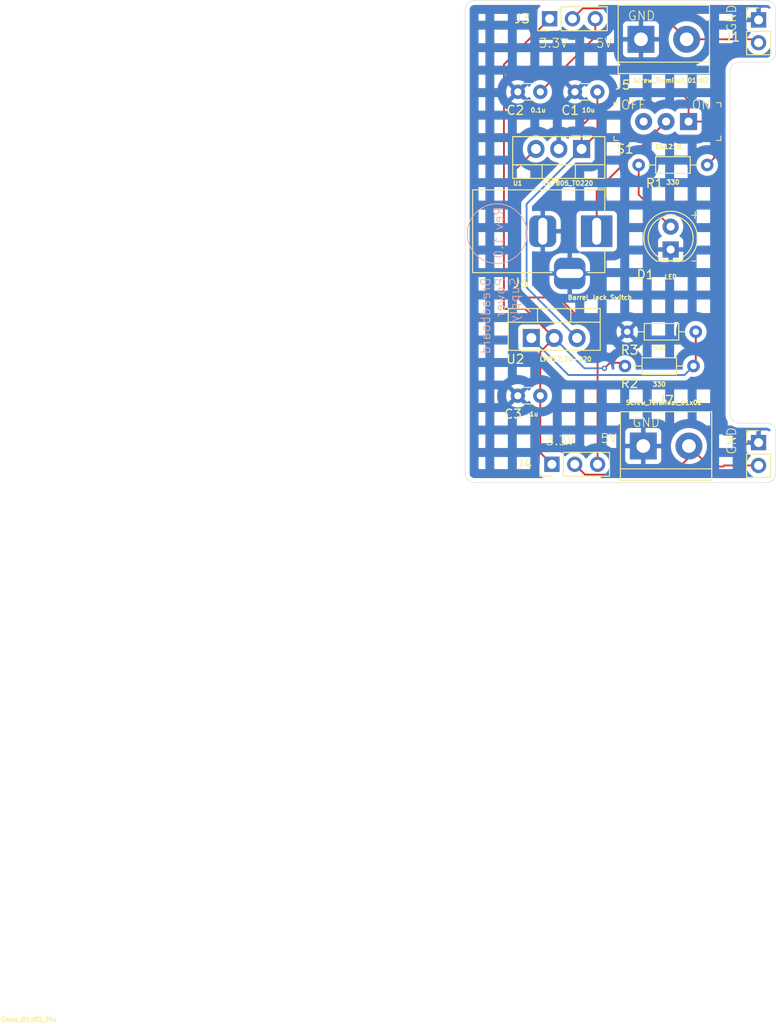
<source format=kicad_pcb>
(kicad_pcb (version 20240108) (generator "pcbnew") (generator_version "8.0")
  (layers (0 "F.Cu" signal) (31 "B.Cu" signal) (34 "B.Paste" user) (35 "F.Paste" user) (36 "B.SilkS" user "B.Silkscreen") (37 "F.SilkS" user "F.Silkscreen") (38 "B.Mask" user) (39 "F.Mask" user) (44 "Edge.Cuts" user))
  (net 0 "")
  (net 1 "/12V")
  (net 2 "GND")
  (net 3 "/5V")
  (net 4 "/3.3V")
  (net 5 "Net-(D1-A)")
  (net 6 "/PWR_input")
  (net 7 "Net-(U2-ADJ)")
  (net 9 "/PWR_OUT_TOP")
  (net 10 "/PWR_OUT_BOTTOM")
  (footprint "Resistor_THT:R_Axial_DIN0204_L3.6mm_D1.6mm_P7.62mm_Horizontal" (layer "F.Cu") (at 186.436 117.856 180)
    (property "Reference" "R2" (at 7.112 -1.92 360) (layer "F.SilkS"))
    (property "Value" "330" (at 3.81 -2.032 0) (layer "F.SilkS") (effects (font (size 0.5 0.5))))
    (fp_line (start 6.68 0) (end 5.73 0) (stroke (width 0.12)) (layer "F.SilkS"))
    (fp_line (start 5.73 0.92) (end 5.73 -0.92) (stroke (width 0.12)) (layer "F.SilkS"))
    (fp_line (start 5.73 -0.92) (end 1.89 -0.92) (stroke (width 0.12)) (layer "F.SilkS"))
    (fp_line (start 1.89 0.92) (end 5.73 0.92) (stroke (width 0.12)) (layer "F.SilkS"))
    (fp_line (start 1.89 -0.92) (end 1.89 0.92) (stroke (width 0.12)) (layer "F.SilkS"))
    (fp_line (start 0.94 0) (end 1.89 0) (stroke (width 0.12)) (layer "F.SilkS"))
    (pad "1" thru_hole circle (at 0 0 180) (size 1.4 1.4) (drill 0.7) (layers "*.Cu" "*.Mask") (net 7 "Net-(U2-ADJ)"))
    (pad "2" thru_hole oval (at 7.62 0 180) (size 1.4 1.4) (drill 0.7) (layers "*.Cu" "*.Mask") (net 4 "/3.3V"))
  )
  (footprint "Connector_PinHeader_2.54mm:PinHeader_1x02_P2.54mm_Vertical" (layer "F.Cu") (at 193.675 126.365)
    (property "Reference" "J2" (hide yes))
    (property "Value" "Conn_01x02_Pin" (hide yes))
    (fp_line (start -1.33 -1.33) (end 0 -1.33) (stroke (width 0.12)) (layer "F.SilkS"))
    (fp_line (start -1.33 0) (end -1.33 -1.33) (stroke (width 0.12)) (layer "F.SilkS"))
    (fp_line (start -1.33 1.27) (end -1.33 3.87) (stroke (width 0.12)) (layer "F.SilkS"))
    (fp_line (start -1.33 1.27) (end 1.33 1.27) (stroke (width 0.12)) (layer "F.SilkS"))
    (fp_line (start -1.33 3.87) (end 1.33 3.87) (stroke (width 0.12)) (layer "F.SilkS"))
    (fp_line (start 1.33 1.27) (end 1.33 3.87) (stroke (width 0.12)) (layer "F.SilkS"))
    (pad "1" thru_hole rect (at 0 0) (size 1.7 1.7) (drill 1) (layers "*.Cu" "*.Mask") (net 2 "GND"))
    (pad "2" thru_hole oval (at 0 2.54) (size 1.7 1.7) (drill 1) (layers "*.Cu" "*.Mask") (net 10 "/PWR_OUT_BOTTOM"))
  )
  (footprint "LED_THT:LED_D5.0mm" (layer "F.Cu") (at 183.896 104.902 90)
    (property "Reference" "D1" (at -2.794 -2.794 0) (layer "F.SilkS"))
    (property "Value" "LED" (at -3.048 0 0) (layer "F.SilkS") (effects (font (size 0.5 0.5))))
    (fp_line (start -1.29 -1.545) (end -1.29 1.545) (stroke (width 0.12)) (layer "F.SilkS"))
    (fp_arc (start -1.29 -1.54483) (mid 2.072002 -2.880433) (end 4.26 0.000462) (stroke (width 0.12)) (layer "F.SilkS"))
    (fp_arc (start 4.26 -0.000462) (mid 2.072002 2.880433) (end -1.29 1.54483) (stroke (width 0.12)) (layer "F.SilkS"))
    (fp_circle (center 1.27 0) (end 3.77 0) (stroke (width 0.12)) (fill none) (layer "F.SilkS"))
    (pad "1" thru_hole rect (at 0 0 90) (size 1.8 1.8) (drill 0.9) (layers "*.Cu" "*.Mask") (net 2 "GND"))
    (pad "2" thru_hole circle (at 2.54 0 90) (size 1.8 1.8) (drill 0.9) (layers "*.Cu" "*.Mask") (net 5 "Net-(D1-A)"))
  )
  (footprint "Resistor_THT:R_Axial_DIN0204_L3.6mm_D1.6mm_P7.62mm_Horizontal" (layer "F.Cu") (at 180.34 95.504)
    (property "Reference" "R1" (at 1.778 2.032 0) (layer "F.SilkS"))
    (property "Value" "330" (at 3.81 1.92 0) (layer "F.SilkS") (effects (font (size 0.5 0.5))))
    (fp_line (start 0.94 0) (end 1.89 0) (stroke (width 0.12)) (layer "F.SilkS"))
    (fp_line (start 1.89 -0.92) (end 1.89 0.92) (stroke (width 0.12)) (layer "F.SilkS"))
    (fp_line (start 1.89 0.92) (end 5.73 0.92) (stroke (width 0.12)) (layer "F.SilkS"))
    (fp_line (start 5.73 -0.92) (end 1.89 -0.92) (stroke (width 0.12)) (layer "F.SilkS"))
    (fp_line (start 5.73 0.92) (end 5.73 -0.92) (stroke (width 0.12)) (layer "F.SilkS"))
    (fp_line (start 6.68 0) (end 5.73 0) (stroke (width 0.12)) (layer "F.SilkS"))
    (pad "1" thru_hole circle (at 0 0) (size 1.4 1.4) (drill 0.7) (layers "*.Cu" "*.Mask") (net 5 "Net-(D1-A)"))
    (pad "2" thru_hole oval (at 7.62 0) (size 1.4 1.4) (drill 0.7) (layers "*.Cu" "*.Mask") (net 1 "/12V"))
  )
  (footprint "Connector_BarrelJack:BarrelJack_Horizontal" (layer "F.Cu") (at 175.672 102.87)
    (property "Reference" "J6" (at -8.45 5.75 0) (layer "F.SilkS"))
    (property "Value" "Barrel_Jack_Switch" (at 0.35 7.366 0) (layer "F.SilkS") (effects (font (size 0.5 0.5))))
    (fp_line (start -13.8 -4.6) (end 0.9 -4.6) (stroke (width 0.12)) (layer "F.SilkS"))
    (fp_line (start -13.8 4.6) (end -13.8 -4.6) (stroke (width 0.12)) (layer "F.SilkS"))
    (fp_line (start -5 4.6) (end -13.8 4.6) (stroke (width 0.12)) (layer "F.SilkS"))
    (fp_line (start 0.05 -4.8) (end 1.1 -4.8) (stroke (width 0.12)) (layer "F.SilkS"))
    (fp_line (start 0.9 -4.6) (end 0.9 -2) (stroke (width 0.12)) (layer "F.SilkS"))
    (fp_line (start 0.9 1.9) (end 0.9 4.6) (stroke (width 0.12)) (layer "F.SilkS"))
    (fp_line (start 0.9 4.6) (end -1 4.6) (stroke (width 0.12)) (layer "F.SilkS"))
    (fp_line (start 1.1 -3.75) (end 1.1 -4.8) (stroke (width 0.12)) (layer "F.SilkS"))
    (pad "1" thru_hole rect (at 0 0) (size 3.5 3.5) (drill oval 1 3) (layers "*.Cu" "*.Mask") (net 6 "/PWR_input"))
    (pad "2" thru_hole roundrect (at -6 0) (size 3 3.5) (drill oval 1 3) (layers "*.Cu" "*.Mask") (net 2 "GND"))
    (pad "3" thru_hole roundrect (at -3 4.7) (size 3.5 3.5) (drill oval 3 1) (layers "*.Cu" "*.Mask") (net 2 "GND"))
  )
  (footprint "Package_TO_SOT_THT:TO-220-3_Vertical" (layer "F.Cu") (at 168.402 114.737)
    (property "Reference" "U2" (at -1.778 2.357 0) (layer "F.SilkS"))
    (property "Value" "LM317_TO-220" (at 3.81 2.357 0) (layer "F.SilkS") (effects (font (size 0.5 0.5))))
    (fp_line (start -2.58 -3.27) (end -2.58 1.371) (stroke (width 0.12)) (layer "F.SilkS"))
    (fp_line (start -2.58 -3.27) (end 7.66 -3.27) (stroke (width 0.12)) (layer "F.SilkS"))
    (fp_line (start -2.58 -1.76) (end 7.66 -1.76) (stroke (width 0.12)) (layer "F.SilkS"))
    (fp_line (start -2.58 1.371) (end 7.66 1.371) (stroke (width 0.12)) (layer "F.SilkS"))
    (fp_line (start 0.69 -3.27) (end 0.69 -1.76) (stroke (width 0.12)) (layer "F.SilkS"))
    (fp_line (start 4.391 -3.27) (end 4.391 -1.76) (stroke (width 0.12)) (layer "F.SilkS"))
    (fp_line (start 7.66 -3.27) (end 7.66 1.371) (stroke (width 0.12)) (layer "F.SilkS"))
    (pad "1" thru_hole rect (at 0 0) (size 1.905 2) (drill 1.1) (layers "*.Cu" "*.Mask") (net 7 "Net-(U2-ADJ)"))
    (pad "2" thru_hole oval (at 2.54 0) (size 1.905 2) (drill 1.1) (layers "*.Cu" "*.Mask") (net 4 "/3.3V"))
    (pad "3" thru_hole oval (at 5.08 0) (size 1.905 2) (drill 1.1) (layers "*.Cu" "*.Mask") (net 1 "/12V"))
  )
  (footprint "Connector_PinHeader_2.54mm:PinHeader_1x03_P2.54mm_Vertical" (layer "F.Cu") (at 170.434 79.248 90)
    (property "Reference" "J3" (at 0 -3.048 180) (layer "F.SilkS"))
    (property "Value" "Conn_01x03_Pin" (hide yes))
    (fp_line (start -1.33 -1.33) (end 0 -1.33) (stroke (width 0.12)) (layer "F.SilkS"))
    (fp_line (start -1.33 0) (end -1.33 -1.33) (stroke (width 0.12)) (layer "F.SilkS"))
    (fp_line (start 1.33 1.27) (end 1.33 6.41) (stroke (width 0.12)) (layer "F.SilkS"))
    (fp_line (start -1.33 1.27) (end 1.33 1.27) (stroke (width 0.12)) (layer "F.SilkS"))
    (fp_line (start -1.33 1.27) (end -1.33 6.41) (stroke (width 0.12)) (layer "F.SilkS"))
    (fp_line (start -1.33 6.41) (end 1.33 6.41) (stroke (width 0.12)) (layer "F.SilkS"))
    (pad "1" thru_hole rect (at 0 0 90) (size 1.7 1.7) (drill 1) (layers "*.Cu" "*.Mask") (net 4 "/3.3V"))
    (pad "2" thru_hole oval (at 0 2.54 90) (size 1.7 1.7) (drill 1) (layers "*.Cu" "*.Mask") (net 9 "/PWR_OUT_TOP"))
    (pad "3" thru_hole oval (at 0 5.08 90) (size 1.7 1.7) (drill 1) (layers "*.Cu" "*.Mask") (net 3 "/5V"))
  )
  (footprint "Package_TO_SOT_THT:TO-220-3_Vertical" (layer "F.Cu") (at 173.99 93.726 180)
    (property "Reference" "U1" (at 7.112 -3.81 0) (layer "F.SilkS") (effects (font (size 0.5 0.5) (thickness 0.125))))
    (property "Value" "LM7805_TO220" (at 1.524 -3.81 360) (layer "F.SilkS") (effects (font (size 0.5 0.5))))
    (fp_line (start 7.66 -3.27) (end 7.66 1.371) (stroke (width 0.12)) (layer "F.SilkS"))
    (fp_line (start 4.391 -3.27) (end 4.391 -1.76) (stroke (width 0.12)) (layer "F.SilkS"))
    (fp_line (start 0.69 -3.27) (end 0.69 -1.76) (stroke (width 0.12)) (layer "F.SilkS"))
    (fp_line (start -2.58 1.371) (end 7.66 1.371) (stroke (width 0.12)) (layer "F.SilkS"))
    (fp_line (start -2.58 -1.76) (end 7.66 -1.76) (stroke (width 0.12)) (layer "F.SilkS"))
    (fp_line (start -2.58 -3.27) (end 7.66 -3.27) (stroke (width 0.12)) (layer "F.SilkS"))
    (fp_line (start -2.58 -3.27) (end -2.58 1.371) (stroke (width 0.12)) (layer "F.SilkS"))
    (pad "1" thru_hole rect (at 0 0 180) (size 1.905 2) (drill 1.1) (layers "*.Cu" "*.Mask") (net 1 "/12V"))
    (pad "2" thru_hole oval (at 2.54 0 180) (size 1.905 2) (drill 1.1) (layers "*.Cu" "*.Mask") (net 2 "GND"))
    (pad "3" thru_hole oval (at 5.08 0 180) (size 1.905 2) (drill 1.1) (layers "*.Cu" "*.Mask") (net 3 "/5V"))
  )
  (footprint "Connector_PinHeader_2.54mm:PinHeader_1x03_P2.54mm_Vertical" (layer "F.Cu") (at 170.688 128.778 90)
    (property "Reference" "J4" (at 0 -3.048 0) (layer "F.SilkS"))
    (property "Value" "Conn_01x03_Pin" (at -61.718 -58.187 360) (layer "F.SilkS") (effects (font (size 0.5 0.5))))
    (fp_line (start -1.33 -1.33) (end 0 -1.33) (stroke (width 0.12)) (layer "F.SilkS"))
    (fp_line (start -1.33 0) (end -1.33 -1.33) (stroke (width 0.12)) (layer "F.SilkS"))
    (fp_line (start 1.33 1.27) (end 1.33 6.41) (stroke (width 0.12)) (layer "F.SilkS"))
    (fp_line (start -1.33 1.27) (end 1.33 1.27) (stroke (width 0.12)) (layer "F.SilkS"))
    (fp_line (start -1.33 1.27) (end -1.33 6.41) (stroke (width 0.12)) (layer "F.SilkS"))
    (fp_line (start -1.33 6.41) (end 1.33 6.41) (stroke (width 0.12)) (layer "F.SilkS"))
    (pad "1" thru_hole rect (at 0 0 90) (size 1.7 1.7) (drill 1) (layers "*.Cu" "*.Mask") (net 4 "/3.3V"))
    (pad "2" thru_hole oval (at 0 2.54 90) (size 1.7 1.7) (drill 1) (layers "*.Cu" "*.Mask") (net 10 "/PWR_OUT_BOTTOM"))
    (pad "3" thru_hole oval (at 0 5.08 90) (size 1.7 1.7) (drill 1) (layers "*.Cu" "*.Mask") (net 3 "/5V"))
  )
  (footprint "Capacitor_THT:C_Disc_D3.0mm_W1.6mm_P2.50mm" (layer "F.Cu") (at 175.748 87.376 180)
    (property "Reference" "C1" (at 3.028 -2.05 360) (layer "F.SilkS"))
    (property "Value" "10u" (at 0.996 -2.032 0) (layer "F.SilkS") (effects (font (size 0.5 0.5))))
    (fp_line (start 0.621 0.92) (end 1.879 0.92) (stroke (width 0.12)) (layer "F.SilkS"))
    (fp_line (start 0.621 -0.92) (end 1.879 -0.92) (stroke (width 0.12)) (layer "F.SilkS"))
    (pad "1" thru_hole circle (at 0 0 180) (size 1.6 1.6) (drill 0.8) (layers "*.Cu" "*.Mask") (net 1 "/12V"))
    (pad "2" thru_hole circle (at 2.5 0 180) (size 1.6 1.6) (drill 0.8) (layers "*.Cu" "*.Mask") (net 2 "GND"))
  )
  (footprint "Capacitor_THT:C_Disc_D3.0mm_W1.6mm_P2.50mm" (layer "F.Cu") (at 169.398 121.158 180)
    (property "Reference" "C3" (at 3.028 -2.032 360) (layer "F.SilkS"))
    (property "Value" "1u" (at 1.25 -2.032 0) (layer "F.SilkS") (effects (font (size 0.5 0.5)) (justify left)))
    (fp_line (start 0.621 0.92) (end 1.879 0.92) (stroke (width 0.12)) (layer "F.SilkS"))
    (fp_line (start 0.621 -0.92) (end 1.879 -0.92) (stroke (width 0.12)) (layer "F.SilkS"))
    (pad "1" thru_hole circle (at 0 0 180) (size 1.6 1.6) (drill 0.8) (layers "*.Cu" "*.Mask") (net 4 "/3.3V"))
    (pad "2" thru_hole circle (at 2.5 0 180) (size 1.6 1.6) (drill 0.8) (layers "*.Cu" "*.Mask") (net 2 "GND"))
  )
  (footprint "TerminalBlock:TerminalBlock_bornier-2_P5.08mm" (layer "F.Cu") (at 180.594 81.534)
    (property "Reference" "J5" (at -2.032 5.08 360) (layer "F.SilkS"))
    (property "Value" "Screw_Terminal_01x02" (at 3.302 4.572 0) (layer "F.SilkS") (effects (font (size 0.5 0.5) (thickness 0.125))))
    (fp_line (start -2.54 -3.81) (end -2.54 3.81) (stroke (width 0.12)) (layer "F.SilkS"))
    (fp_line (start -2.54 3.81) (end 7.62 3.81) (stroke (width 0.12)) (layer "F.SilkS"))
    (fp_line (start 7.62 -3.81) (end -2.54 -3.81) (stroke (width 0.12)) (layer "F.SilkS"))
    (fp_line (start 7.62 2.54) (end -2.54 2.54) (stroke (width 0.12)) (layer "F.SilkS"))
    (fp_line (start 7.62 3.81) (end 7.62 -3.81) (stroke (width 0.12)) (layer "F.SilkS"))
    (pad "1" thru_hole rect (at 0 0) (size 3 3) (drill 1.52) (layers "*.Cu" "*.Mask") (net 2 "GND"))
    (pad "2" thru_hole circle (at 5.08 0) (size 3 3) (drill 1.52) (layers "*.Cu" "*.Mask") (net 9 "/PWR_OUT_TOP"))
  )
  (footprint "digikey-footprints:Switch_Slide_11.6x4mm_EG1218" (layer "F.Cu") (at 185.888 90.678 180)
    (property "Reference" "S1" (at 7.072 -3.048 360) (layer "F.SilkS"))
    (property "Value" "EG1218" (at 2.246 -2.794 360) (layer "F.SilkS") (effects (font (size 0.5 0.5))))
    (fp_line (start 8.3 2.1) (end 8.3 1.6) (stroke (width 0.1)) (layer "F.SilkS"))
    (fp_line (start 8.3 2.1) (end 7.8 2.1) (stroke (width 0.1)) (layer "F.SilkS"))
    (fp_line (start 8.3 -2.1) (end 8.3 -1.6) (stroke (width 0.1)) (layer "F.SilkS"))
    (fp_line (start 8.3 -2.1) (end 7.8 -2.1) (stroke (width 0.1)) (layer "F.SilkS"))
    (fp_line (start -3.6 2.1) (end -3.1 2.1) (stroke (width 0.1)) (layer "F.SilkS"))
    (fp_line (start -3.6 2.1) (end -3.6 1.6) (stroke (width 0.1)) (layer "F.SilkS"))
    (fp_line (start -3.6 -2.1) (end -3.1 -2.1) (stroke (width 0.1)) (layer "F.SilkS"))
    (fp_line (start -3.6 -2.1) (end -3.6 -1.6) (stroke (width 0.1)) (layer "F.SilkS"))
    (pad "1" thru_hole rect (at 0 0 180) (size 1.9 1.9) (drill 0.9) (layers "*.Cu" "*.Mask") (net 1 "/12V"))
    (pad "2" thru_hole circle (at 2.5 0 180) (size 1.9 1.9) (drill 0.9) (layers "*.Cu" "*.Mask") (net 6 "/PWR_input"))
    (pad "3" thru_hole circle (at 5 0 180) (size 1.9 1.9) (drill 0.9) (layers "*.Cu" "*.Mask"))
  )
  (footprint "Connector_PinHeader_2.54mm:PinHeader_1x02_P2.54mm_Vertical" (layer "F.Cu") (at 193.675 79.375)
    (property "Reference" "J1" (at -2.921 1.905 360) (layer "F.SilkS"))
    (property "Value" "Conn_01x02_Pin" (hide yes))
    (fp_line (start -1.33 -1.33) (end 0 -1.33) (stroke (width 0.12)) (layer "F.SilkS"))
    (fp_line (start -1.33 0) (end -1.33 -1.33) (stroke (width 0.12)) (layer "F.SilkS"))
    (fp_line (start -1.33 1.27) (end -1.33 3.87) (stroke (width 0.12)) (layer "F.SilkS"))
    (fp_line (start -1.33 1.27) (end 1.33 1.27) (stroke (width 0.12)) (layer "F.SilkS"))
    (fp_line (start -1.33 3.87) (end 1.33 3.87) (stroke (width 0.12)) (layer "F.SilkS"))
    (fp_line (start 1.33 1.27) (end 1.33 3.87) (stroke (width 0.12)) (layer "F.SilkS"))
    (pad "1" thru_hole rect (at 0 0) (size 1.7 1.7) (drill 1) (layers "*.Cu" "*.Mask") (net 2 "GND"))
    (pad "2" thru_hole oval (at 0 2.54) (size 1.7 1.7) (drill 1) (layers "*.Cu" "*.Mask") (net 9 "/PWR_OUT_TOP"))
  )
  (footprint "Resistor_THT:R_Axial_DIN0204_L3.6mm_D1.6mm_P7.62mm_Horizontal" (layer "F.Cu") (at 179.07 114.046)
    (property "Reference" "R3" (at 0.254 2.032 0) (layer "F.SilkS"))
    (property "Value" "560" (at 3.556 1.778 0) (layer "F.SilkS") (effects (font (size 0.5 0.5))))
    (fp_line (start 0.94 0) (end 1.89 0) (stroke (width 0.12)) (layer "F.SilkS"))
    (fp_line (start 1.89 -0.92) (end 1.89 0.92) (stroke (width 0.12)) (layer "F.SilkS"))
    (fp_line (start 1.89 0.92) (end 5.73 0.92) (stroke (width 0.12)) (layer "F.SilkS"))
    (fp_line (start 5.73 -0.92) (end 1.89 -0.92) (stroke (width 0.12)) (layer "F.SilkS"))
    (fp_line (start 5.73 0.92) (end 5.73 -0.92) (stroke (width 0.12)) (layer "F.SilkS"))
    (fp_line (start 6.68 0) (end 5.73 0) (stroke (width 0.12)) (layer "F.SilkS"))
    (pad "1" thru_hole circle (at 0 0) (size 1.4 1.4) (drill 0.7) (layers "*.Cu" "*.Mask") (net 2 "GND"))
    (pad "2" thru_hole oval (at 7.62 0) (size 1.4 1.4) (drill 0.7) (layers "*.Cu" "*.Mask") (net 7 "Net-(U2-ADJ)"))
  )
  (footprint "Capacitor_THT:C_Disc_D3.0mm_W1.6mm_P2.50mm" (layer "F.Cu") (at 169.398 87.376 180)
    (property "Reference" "C2" (at 2.774 -2.05 360) (layer "F.SilkS"))
    (property "Value" "0.1u" (at 0.234 -2.032 0) (layer "F.SilkS") (effects (font (size 0.5 0.5))))
    (fp_line (start 0.621 0.92) (end 1.879 0.92) (stroke (width 0.12)) (layer "F.SilkS"))
    (fp_line (start 0.621 -0.92) (end 1.879 -0.92) (stroke (width 0.12)) (layer "F.SilkS"))
    (pad "1" thru_hole circle (at 0 0 180) (size 1.6 1.6) (drill 0.8) (layers "*.Cu" "*.Mask") (net 3 "/5V"))
    (pad "2" thru_hole circle (at 2.5 0 180) (size 1.6 1.6) (drill 0.8) (layers "*.Cu" "*.Mask") (net 2 "GND"))
  )
  (footprint "TerminalBlock:TerminalBlock_bornier-2_P5.08mm" (layer "F.Cu") (at 180.848 126.746)
    (property "Reference" "J7" (at 2.54 -5.08 0) (layer "F.SilkS"))
    (property "Value" "Screw_Terminal_01x02" (at 2.286 -4.826 0) (layer "F.SilkS") (effects (font (size 0.5 0.5))))
    (fp_line (start -2.54 -3.81) (end -2.54 3.81) (stroke (width 0.12)) (layer "F.SilkS"))
    (fp_line (start -2.54 3.81) (end 7.62 3.81) (stroke (width 0.12)) (layer "F.SilkS"))
    (fp_line (start 7.62 -3.81) (end -2.54 -3.81) (stroke (width 0.12)) (layer "F.SilkS"))
    (fp_line (start 7.62 2.54) (end -2.54 2.54) (stroke (width 0.12)) (layer "F.SilkS"))
    (fp_line (start 7.62 3.81) (end 7.62 -3.81) (stroke (width 0.12)) (layer "F.SilkS"))
    (pad "1" thru_hole rect (at 0 0) (size 3 3) (drill 1.52) (layers "*.Cu" "*.Mask") (net 2 "GND"))
    (pad "2" thru_hole circle (at 5.08 0) (size 3 3) (drill 1.52) (layers "*.Cu" "*.Mask") (net 10 "/PWR_OUT_BOTTOM"))
  )
  (gr_circle (center 164.592 103.133754) (end 162.814 100.339754) (stroke (width 0.1)) (fill none) (layer "B.SilkS"))
  (gr_line (start 195.58 125.222) (end 195.58 129.794) (stroke (width 0.05)) (layer "Edge.Cuts"))
  (gr_line (start 194.564 84.074) (end 191.516 84.074) (stroke (width 0.05)) (layer "Edge.Cuts"))
  (gr_line (start 194.564 130.81) (end 162.052 130.81) (stroke (width 0.05)) (layer "Edge.Cuts"))
  (gr_line (start 190.5 85.09) (end 190.5 123.19) (stroke (width 0.05)) (layer "Edge.Cuts"))
  (gr_line (start 191.516 124.206) (end 194.564 124.206) (stroke (width 0.05)) (layer "Edge.Cuts"))
  (gr_arc (start 195.58 129.794) (mid 195.28242 130.51242) (end 194.564 130.81) (stroke (width 0.05)) (layer "Edge.Cuts"))
  (gr_line (start 162.052 77.216) (end 194.564 77.216) (stroke (width 0.05)) (layer "Edge.Cuts"))
  (gr_arc (start 194.564 124.206) (mid 195.28242 124.50358) (end 195.58 125.222) (stroke (width 0.05)) (layer "Edge.Cuts"))
  (gr_line (start 161.036 129.794) (end 161.036 78.232) (stroke (width 0.05)) (layer "Edge.Cuts"))
  (gr_arc (start 194.564 77.216) (mid 195.28242 77.51358) (end 195.58 78.232) (stroke (width 0.05)) (layer "Edge.Cuts"))
  (gr_arc (start 191.516 124.206) (mid 190.79758 123.90842) (end 190.5 123.19) (stroke (width 0.05)) (layer "Edge.Cuts"))
  (gr_line (start 195.58 78.232) (end 195.58 83.058) (stroke (width 0.05)) (layer "Edge.Cuts"))
  (gr_arc (start 190.5 85.09) (mid 190.79758 84.37158) (end 191.516 84.074) (stroke (width 0.05)) (layer "Edge.Cuts"))
  (gr_arc (start 195.58 83.058) (mid 195.28242 83.77642) (end 194.564 84.074) (stroke (width 0.05)) (layer "Edge.Cuts"))
  (gr_arc (start 161.036 78.232) (mid 161.33358 77.51358) (end 162.052 77.216) (stroke (width 0.05)) (layer "Edge.Cuts"))
  (gr_arc (start 162.052 130.81) (mid 161.33358 130.51242) (end 161.036 129.794) (stroke (width 0.05)) (layer "Edge.Cuts"))
  (gr_text "Breadboard\nPower\nSupply" (at 167.132 107.95 90) (layer "B.SilkS") (effects (font (size 1 1) (thickness 0.1)) (justify left bottom mirror)))
  (gr_text "Rev 1.0" (at 165.354 100.076 90) (layer "B.SilkS") (effects (font (size 1 1) (thickness 0.1)) (justify left bottom mirror)))
  (gr_text "ON\n" (at 186.182 89.408 0) (layer "F.SilkS") (effects (font (size 1 1) (thickness 0.1)) (justify left bottom)))
  (gr_text "GND" (at 179.578 124.714 0) (layer "F.SilkS") (effects (font (size 1 1) (thickness 0.1)) (justify left bottom)))
  (gr_text "5V\n" (at 176.022 126.492 0) (layer "F.SilkS") (effects (font (size 1 1) (thickness 0.1)) (justify left bottom)))
  (gr_text "GND" (at 191.262 127.762 90) (layer "F.SilkS") (effects (font (size 1 1) (thickness 0.1)) (justify left bottom)))
  (gr_text "OFF\n" (at 178.308 89.408 0) (layer "F.SilkS") (effects (font (size 1 1) (thickness 0.1)) (justify left bottom)))
  (gr_text "3.3V\n" (at 169.164 82.55 0) (layer "F.SilkS") (effects (font (size 1 1) (thickness 0.1)) (justify left bottom)))
  (gr_text "GND" (at 191.262 80.772 90) (layer "F.SilkS") (effects (font (size 1 1) (thickness 0.1)) (justify left bottom)))
  (gr_text "3.3V\n" (at 169.926 126.746 0) (layer "F.SilkS") (effects (font (size 1 1) (thickness 0.1)) (justify left bottom)))
  (gr_text "GND" (at 179.07 79.502 0) (layer "F.SilkS") (effects (font (size 1 1) (thickness 0.1)) (justify left bottom)))
  (gr_text "5V\n" (at 175.514 82.55 0) (layer "F.SilkS") (effects (font (size 1 1) (thickness 0.1)) (justify left bottom)))
  (gr_text "-\n" (at 185.928 106.68 0) (layer "F.SilkS") (effects (font (size 1 1) (thickness 0.1)) (justify left bottom)))
  (gr_text "+" (at 185.928 101.6 0) (layer "F.SilkS") (effects (font (size 1 1) (thickness 0.1)) (justify left bottom)))
  (segment (start 168.148 120.993786) (end 168.398 120.993786) (width 0) (layer "F.Cu") (net 0))
  (segment (start 166.878 120.142) (end 167.296214 120.142) (width 0) (layer "F.Cu") (net 0))
  (segment (start 167.296214 120.142) (end 168.148 120.993786) (width 0) (layer "F.Cu") (net 0))
  (segment (start 168.398 120.993786) (end 168.398 121.158) (width 0) (layer "F.Cu") (net 0))
  (segment (start 185.888 88.352) (end 185.888 90.678) (width 0.2) (layer "F.Cu") (net 1))
  (segment (start 175.748 91.968) (end 173.99 93.726) (width 0.2) (layer "F.Cu") (net 1))
  (segment (start 173.99 91.186) (end 178.054 87.122) (width 0.2) (layer "F.Cu") (net 1))
  (segment (start 184.912 87.122) (end 184.912 87.376) (width 0.2) (layer "F.Cu") (net 1))
  (segment (start 188.722 91.948) (end 188.722 94.742) (width 0.2) (layer "F.Cu") (net 1))
  (segment (start 178.054 87.122) (end 184.912 87.122) (width 0.2) (layer "F.Cu") (net 1))
  (segment (start 184.912 87.376) (end 185.888 88.352) (width 0.2) (layer "F.Cu") (net 1))
  (segment (start 185.888 90.678) (end 187.452 90.678) (width 0.2) (layer "F.Cu") (net 1))
  (segment (start 175.748 87.376) (end 175.748 91.968) (width 0.2) (layer "F.Cu") (net 1))
  (segment (start 187.452 90.678) (end 188.722 91.948) (width 0.2) (layer "F.Cu") (net 1))
  (segment (start 188.722 94.742) (end 187.96 95.504) (width 0.2) (layer "F.Cu") (net 1))
  (segment (start 173.99 93.726) (end 173.99 91.186) (width 0.2) (layer "F.Cu") (net 1))
  (segment (start 167.872 109.127) (end 173.482 114.737) (width 0.2) (layer "B.Cu") (net 1))
  (segment (start 167.872 99.844) (end 167.872 109.127) (width 0.2) (layer "B.Cu") (net 1))
  (segment (start 173.99 93.726) (end 167.872 99.844) (width 0.2) (layer "B.Cu") (net 1))
  (segment (start 171.45 110.236) (end 176.276 115.062) (width 0.2) (layer "F.Cu") (net 3))
  (segment (start 168.91 93.726) (end 166.624 96.012) (width 0.2) (layer "F.Cu") (net 3))
  (segment (start 166.878 110.236) (end 171.45 110.236) (width 0.2) (layer "F.Cu") (net 3))
  (segment (start 175.514 79.248) (end 175.514 81.26) (width 0.2) (layer "F.Cu") (net 3))
  (segment (start 175.514 81.26) (end 169.398 87.376) (width 0.2) (layer "F.Cu") (net 3))
  (segment (start 175.768 115.57) (end 175.768 128.778) (width 0.2) (layer "F.Cu") (net 3))
  (segment (start 166.624 109.982) (end 166.878 110.236) (width 0.2) (layer "F.Cu") (net 3))
  (segment (start 166.624 96.012) (end 166.624 109.982) (width 0.2) (layer "F.Cu") (net 3))
  (segment (start 176.276 115.062) (end 175.768 115.57) (width 0.2) (layer "F.Cu") (net 3))
  (segment (start 169.398 116.281) (end 170.942 114.737) (width 0.2) (layer "F.Cu") (net 4))
  (segment (start 167.711 111.506) (end 170.942 114.737) (width 0.2) (layer "F.Cu") (net 4))
  (segment (start 165.354 84.328) (end 165.354 111.506) (width 0.2) (layer "F.Cu") (net 4))
  (segment (start 177.146 117.494) (end 176.53 118.11) (width 0.2) (layer "F.Cu") (net 4))
  (segment (start 169.398 121.158) (end 169.398 127.488) (width 0.2) (layer "F.Cu") (net 4))
  (segment (start 170.434 79.248) (end 165.354 84.328) (width 0.2) (layer "F.Cu") (net 4))
  (segment (start 169.398 121.158) (end 169.398 116.281) (width 0.2) (layer "F.Cu") (net 4))
  (segment (start 169.398 127.488) (end 170.688 128.778) (width 0.2) (layer "F.Cu") (net 4))
  (segment (start 178.454 117.494) (end 177.146 117.494) (width 0.2) (layer "F.Cu") (net 4))
  (segment (start 165.354 111.506) (end 167.711 111.506) (width 0.2) (layer "F.Cu") (net 4))
  (segment (start 178.816 117.856) (end 178.454 117.494) (width 0.2) (layer "F.Cu") (net 4))
  (via (at 176.53 118.11) (size 0.6) (drill 0.3) (layers "F.Cu" "B.Cu") (net 4))
  (segment (start 176.53 118.11) (end 174.315 118.11) (width 0.2) (layer "B.Cu") (net 4))
  (segment (start 174.315 118.11) (end 170.942 114.737) (width 0.2) (layer "B.Cu") (net 4))
  (segment (start 180.34 95.504) (end 180.34 98.806) (width 0.2) (layer "F.Cu") (net 5))
  (segment (start 180.34 98.806) (end 183.896 102.362) (width 0.2) (layer "F.Cu") (net 5))
  (segment (start 183.388 90.678) (end 175.672 98.394) (width 0.2) (layer "F.Cu") (net 6))
  (segment (start 175.672 98.394) (end 175.672 102.87) (width 0.2) (layer "F.Cu") (net 6))
  (segment (start 186.69 114.046) (end 186.69 117.602) (width 0.2) (layer "F.Cu") (net 7))
  (segment (start 186.69 117.602) (end 186.436 117.856) (width 0.2) (layer "F.Cu") (net 7))
  (segment (start 185.436 118.856) (end 172.521 118.856) (width 0.2) (layer "B.Cu") (net 7))
  (segment (start 172.521 118.856) (end 168.402 114.737) (width 0.2) (layer "B.Cu") (net 7))
  (segment (start 186.436 117.856) (end 185.436 118.856) (width 0.2) (layer "B.Cu") (net 7))
  (segment (start 186.055 81.915) (end 185.674 81.534) (width 0.2) (layer "F.Cu") (net 9))
  (segment (start 182.238 78.098) (end 185.674 81.534) (width 0.2) (layer "F.Cu") (net 9))
  (segment (start 193.294 81.534) (end 193.675 81.915) (width 0.2) (layer "F.Cu") (net 9))
  (segment (start 174.124 78.098) (end 182.238 78.098) (width 0.2) (layer "F.Cu") (net 9))
  (segment (start 185.674 81.534) (end 193.294 81.534) (width 0.2) (layer "F.Cu") (net 9))
  (segment (start 172.974 79.248) (end 174.124 78.098) (width 0.2) (layer "F.Cu") (net 9))
  (segment (start 184.658 129.794) (end 184.658 129.286) (width 0.2) (layer "F.Cu") (net 10))
  (segment (start 188.214 129.032) (end 189.738 129.032) (width 0.2) (layer "F.Cu") (net 10))
  (segment (start 184.658 129.286) (end 185.928 128.016) (width 0.2) (layer "F.Cu") (net 10))
  (segment (start 184.524 129.928) (end 184.658 129.794) (width 0.2) (layer "F.Cu") (net 10))
  (segment (start 185.928 128.016) (end 185.928 126.746) (width 0.2) (layer "F.Cu") (net 10))
  (segment (start 189.865 128.905) (end 193.675 128.905) (width 0.2) (layer "F.Cu") (net 10))
  (segment (start 189.738 129.032) (end 189.865 128.905) (width 0.2) (layer "F.Cu") (net 10))
  (segment (start 185.928 126.746) (end 188.214 129.032) (width 0.2) (layer "F.Cu") (net 10))
  (segment (start 174.378 129.928) (end 184.524 129.928) (width 0.2) (layer "F.Cu") (net 10))
  (segment (start 173.228 128.778) (end 174.378 129.928) (width 0.2) (layer "F.Cu") (net 10))
  (zone (net 2) (net_name "GND") (layer "B.Cu") (connect_pads (clearance 0.5)) (min_thickness 0.25) (fill yes (mode hatch) (thermal_gap 0.5) (thermal_bridge_width 0.5) (hatch_thickness 1) (hatch_gap 1.5) (hatch_orientation 0) (hatch_border_algorithm hatch_thickness) (hatch_min_hole_area 0.3))
    (polygon (pts (xy 162.052 77.47) (xy 161.29 78.232) (xy 161.29 129.794) (xy 162.052 130.556) (xy 194.818 130.556) (xy 195.326 130.048) (xy 195.326 124.968) (xy 194.564 124.46) (xy 190.246 124.46) (xy 190.246 84.582) (xy 191.262 83.82) (xy 194.818 83.82) (xy 195.326 83.312) (xy 195.326 77.724) (xy 194.818 77.47)))
  )
)
</source>
